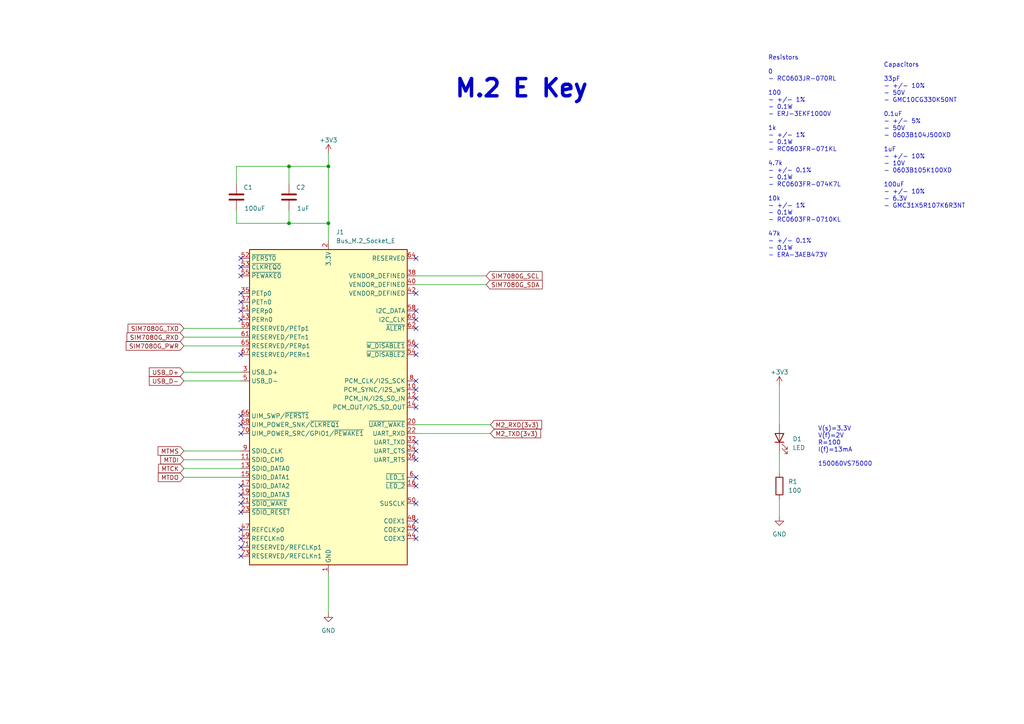
<source format=kicad_sch>
(kicad_sch (version 20231120) (generator "eeschema") (generator_version "8.0")
  (paper "A4")
  (title_block (title "IoT Gateway") (date "2024-10-15") (rev "v0.1.0") (company "Abstract Machines") (comment 1 "Designed By: Rodney Osodo") (comment 2 "Approved By:"))
  (lib_symbols
    (symbol "Connector:Bus_M.2_Socket_E"
      (property "Reference" "J" (at -22.86 46.99 0))
      (property "Value" "Bus_M.2_Socket_E" (at 16.51 46.99 0))
      (symbol "Bus_M.2_Socket_E_0_1"
        (rectangle (start -22.86 45.72) (end 22.86 -45.72) (stroke (width 0.254)) (fill (type background)))
      )
      (symbol "Bus_M.2_Socket_E_1_1"
        (pin power_in line (at 0 -48.26 90) (length 2.54) (name "GND") (number "1"))
        (pin bidirectional line (at 25.4 5.08 180) (length 2.54) (name "PCM_SYNC/I2S_WS") (number "10"))
        (pin bidirectional line (at -25.4 -15.24 0) (length 2.54) (name "SDIO_CMD") (number "11"))
        (pin input line (at 25.4 2.54 180) (length 2.54) (name "PCM_IN/I2S_SD_IN") (number "12"))
        (pin bidirectional line (at -25.4 -17.78 0) (length 2.54) (name "SDIO_DATA0") (number "13"))
        (pin output line (at 25.4 0 180) (length 2.54) (name "PCM_OUT/I2S_SD_OUT") (number "14"))
        (pin bidirectional line (at -25.4 -20.32 0) (length 2.54) (name "SDIO_DATA1") (number "15"))
        (pin open_collector line (at 25.4 -22.86 180) (length 2.54) (name "~{LED_2}") (number "16"))
        (pin bidirectional line (at -25.4 -22.86 0) (length 2.54) (name "SDIO_DATA2") (number "17"))
        (pin passive line (at 0 -48.26 90) (length 2.54) hide (name "GND") (number "18"))
        (pin bidirectional line (at -25.4 -25.4 0) (length 2.54) (name "SDIO_DATA3") (number "19"))
        (pin power_in line (at 0 48.26 270) (length 2.54) (name "3.3V") (number "2"))
        (pin input line (at 25.4 -5.08 180) (length 2.54) (name "~{UART_WAKE}") (number "20"))
        (pin input line (at -25.4 -27.94 0) (length 2.54) (name "~{SDIO_WAKE}") (number "21"))
        (pin input line (at 25.4 -7.62 180) (length 2.54) (name "UART_RXD") (number "22"))
        (pin output line (at -25.4 -30.48 0) (length 2.54) (name "~{SDIO_RESET}") (number "23"))
        (pin bidirectional line (at -25.4 10.16 0) (length 2.54) (name "USB_D+") (number "3"))
        (pin output line (at 25.4 -10.16 180) (length 2.54) (name "UART_TXD") (number "32"))
        (pin passive line (at 0 -48.26 90) (length 2.54) hide (name "GND") (number "33"))
        (pin input line (at 25.4 -12.7 180) (length 2.54) (name "UART_CTS") (number "34"))
        (pin output line (at -25.4 33.02 0) (length 2.54) (name "PETp0") (number "35"))
        (pin output line (at 25.4 -15.24 180) (length 2.54) (name "UART_RTS") (number "36"))
        (pin output line (at -25.4 30.48 0) (length 2.54) (name "PETn0") (number "37"))
        (pin passive line (at 25.4 38.1 180) (length 2.54) (name "VENDOR_DEFINED") (number "38"))
        (pin passive line (at 0 -48.26 90) (length 2.54) hide (name "GND") (number "39"))
        (pin passive line (at 0 48.26 270) (length 2.54) hide (name "3.3V") (number "4"))
        (pin passive line (at 25.4 35.56 180) (length 2.54) (name "VENDOR_DEFINED") (number "40"))
        (pin input line (at -25.4 27.94 0) (length 2.54) (name "PERp0") (number "41"))
        (pin passive line (at 25.4 33.02 180) (length 2.54) (name "VENDOR_DEFINED") (number "42"))
        (pin input line (at -25.4 25.4 0) (length 2.54) (name "PERn0") (number "43"))
        (pin bidirectional line (at 25.4 -38.1 180) (length 2.54) (name "COEX3") (number "44"))
        (pin passive line (at 0 -48.26 90) (length 2.54) hide (name "GND") (number "45"))
        (pin bidirectional line (at 25.4 -35.56 180) (length 2.54) (name "COEX2") (number "46"))
        (pin output line (at -25.4 -35.56 0) (length 2.54) (name "REFCLKp0") (number "47"))
        (pin bidirectional line (at 25.4 -33.02 180) (length 2.54) (name "COEX1") (number "48"))
        (pin output line (at -25.4 -38.1 0) (length 2.54) (name "REFCLKn0") (number "49"))
        (pin bidirectional line (at -25.4 7.62 0) (length 2.54) (name "USB_D-") (number "5"))
        (pin output line (at 25.4 -27.94 180) (length 2.54) (name "SUSCLK") (number "50"))
        (pin passive line (at 0 -48.26 90) (length 2.54) hide (name "GND") (number "51"))
        (pin output line (at -25.4 43.18 0) (length 2.54) (name "~{PERST0}") (number "52"))
        (pin bidirectional line (at -25.4 40.64 0) (length 2.54) (name "~{CLKREQ0}") (number "53"))
        (pin output line (at 25.4 15.24 180) (length 2.54) (name "~{W_DISABLE2}") (number "54"))
        (pin bidirectional line (at -25.4 38.1 0) (length 2.54) (name "~{PEWAKE0}") (number "55"))
        (pin output line (at 25.4 17.78 180) (length 2.54) (name "~{W_DISABLE1}") (number "56"))
        (pin passive line (at 0 -48.26 90) (length 2.54) hide (name "GND") (number "57"))
        (pin bidirectional line (at 25.4 27.94 180) (length 2.54) (name "I2C_DATA") (number "58"))
        (pin output line (at -25.4 22.86 0) (length 2.54) (name "RESERVED/PETp1") (number "59"))
        (pin open_collector line (at 25.4 -20.32 180) (length 2.54) (name "~{LED_1}") (number "6"))
        (pin output line (at 25.4 25.4 180) (length 2.54) (name "I2C_CLK") (number "60"))
        (pin output line (at -25.4 20.32 0) (length 2.54) (name "RESERVED/PETn1") (number "61"))
        (pin input line (at 25.4 22.86 180) (length 2.54) (name "~{ALERT}") (number "62"))
        (pin passive line (at 0 -48.26 90) (length 2.54) hide (name "GND") (number "63"))
        (pin passive line (at 25.4 43.18 180) (length 2.54) (name "RESERVED") (number "64"))
        (pin input line (at -25.4 17.78 0) (length 2.54) (name "RESERVED/PERp1") (number "65"))
        (pin output line (at -25.4 -2.54 0) (length 2.54) (name "UIM_SWP/~{PERST1}") (number "66"))
        (pin input line (at -25.4 15.24 0) (length 2.54) (name "RESERVED/PERn1") (number "67"))
        (pin bidirectional line (at -25.4 -5.08 0) (length 2.54) (name "UIM_POWER_SNK/~{CLKREQ1}") (number "68"))
        (pin passive line (at 0 -48.26 90) (length 2.54) hide (name "GND") (number "69"))
        (pin passive line (at 0 -48.26 90) (length 2.54) hide (name "GND") (number "7"))
        (pin bidirectional line (at -25.4 -7.62 0) (length 2.54) (name "UIM_POWER_SRC/GPIO1/~{PEWAKE1}") (number "70"))
        (pin output line (at -25.4 -40.64 0) (length 2.54) (name "RESERVED/REFCLKp1") (number "71"))
        (pin passive line (at 0 48.26 270) (length 2.54) hide (name "3.3V") (number "72"))
        (pin output line (at -25.4 -43.18 0) (length 2.54) (name "RESERVED/REFCLKn1") (number "73"))
        (pin passive line (at 0 48.26 270) (length 2.54) hide (name "3.3V") (number "74"))
        (pin passive line (at 0 -48.26 90) (length 2.54) hide (name "GND") (number "75"))
        (pin bidirectional line (at 25.4 7.62 180) (length 2.54) (name "PCM_CLK/I2S_SCK") (number "8"))
        (pin output line (at -25.4 -12.7 0) (length 2.54) (name "SDIO_CLK") (number "9"))
      )
    )
    (symbol "Device:C" (pin_numbers hide) (pin_names (offset 0.254))
      (property "Reference" "C" (at 0.635 2.54 0))
      (property "Value" "C" (at 0.635 -2.54 0))
      (symbol "C_0_1"
        (polyline (pts (xy -2.032 -0.762) (xy 2.032 -0.762)) (stroke (width 0.508)))
        (polyline (pts (xy -2.032 0.762) (xy 2.032 0.762)) (stroke (width 0.508)))
      )
      (symbol "C_1_1"
        (pin passive line (at 0 3.81 270) (length 2.794) (name "~") (number "1"))
        (pin passive line (at 0 -3.81 90) (length 2.794) (name "~") (number "2"))
      )
    )
    (symbol "Device:LED" (pin_numbers hide) (pin_names (offset 1.016) hide)
      (property "Reference" "D" (at 0 2.54 0))
      (property "Value" "LED" (at 0 -2.54 0))
      (symbol "LED_0_1"
        (polyline (pts (xy -1.27 -1.27) (xy -1.27 1.27)) (stroke (width 0.254)))
        (polyline (pts (xy -1.27 0) (xy 1.27 0)))
        (polyline (pts (xy 1.27 -1.27) (xy 1.27 1.27) (xy -1.27 0) (xy 1.27 -1.27)) (stroke (width 0.254)))
        (polyline (pts (xy -3.048 -0.762) (xy -4.572 -2.286) (xy -3.81 -2.286) (xy -4.572 -2.286) (xy -4.572 -1.524)))
        (polyline (pts (xy -1.778 -0.762) (xy -3.302 -2.286) (xy -2.54 -2.286) (xy -3.302 -2.286) (xy -3.302 -1.524)))
      )
      (symbol "LED_1_1"
        (pin passive line (at -3.81 0 0) (length 2.54) (name "K") (number "1"))
        (pin passive line (at 3.81 0 180) (length 2.54) (name "A") (number "2"))
      )
    )
    (symbol "Device:R" (pin_numbers hide) (pin_names (offset 0))
      (property "Reference" "R" (at 2.032 0 90))
      (property "Value" "R" (at 0 0 90))
      (symbol "R_0_1"
        (rectangle (start -1.016 -2.54) (end 1.016 2.54) (stroke (width 0.254)))
      )
      (symbol "R_1_1"
        (pin passive line (at 0 3.81 270) (length 1.27) (name "~") (number "1"))
        (pin passive line (at 0 -3.81 90) (length 1.27) (name "~") (number "2"))
      )
    )
    (symbol "power:+3V3" (power) (pin_names (offset 0))
      (property "Value" "+3V3" (at 0 3.556 0))
      (symbol "+3V3_0_1"
        (polyline (pts (xy -0.762 1.27) (xy 0 2.54)))
        (polyline (pts (xy 0 0) (xy 0 2.54)))
        (polyline (pts (xy 0 2.54) (xy 0.762 1.27)))
      )
      (symbol "+3V3_1_1"
        (pin power_in line (at 0 0 90) (length 0) hide (name "+3V3") (number "1"))
      )
    )
    (symbol "power:GND" (power) (pin_names (offset 0))
      (property "Value" "GND" (at 0 -3.81 0))
      (symbol "GND_0_1"
        (polyline (pts (xy 0 0) (xy 0 -1.27) (xy 1.27 -1.27) (xy 0 -2.54) (xy -1.27 -1.27) (xy 0 -1.27)))
      )
      (symbol "GND_1_1"
        (pin power_in line (at 0 0 270) (length 0) hide (name "GND") (number "1"))
      )
    )
  )
  (junction (at 83.82 64.77))
  (junction (at 95.25 48.26))
  (junction (at 95.25 64.77))
  (junction (at 83.82 48.26))
  (no_connect (at 120.65 118.11))
  (no_connect (at 120.65 113.03))
  (no_connect (at 69.85 120.65))
  (no_connect (at 120.65 156.21))
  (no_connect (at 69.85 158.75))
  (no_connect (at 69.85 80.01))
  (no_connect (at 120.65 140.97))
  (no_connect (at 69.85 74.93))
  (no_connect (at 120.65 102.87))
  (no_connect (at 120.65 74.93))
  (no_connect (at 120.65 130.81))
  (no_connect (at 69.85 85.09))
  (no_connect (at 120.65 138.43))
  (no_connect (at 120.65 115.57))
  (no_connect (at 120.65 90.17))
  (no_connect (at 120.65 133.35))
  (no_connect (at 69.85 77.47))
  (no_connect (at 69.85 92.71))
  (no_connect (at 69.85 87.63))
  (no_connect (at 69.85 156.21))
  (no_connect (at 69.85 102.87))
  (no_connect (at 120.65 100.33))
  (no_connect (at 120.65 153.67))
  (no_connect (at 120.65 85.09))
  (no_connect (at 120.65 146.05))
  (no_connect (at 120.65 95.25))
  (no_connect (at 69.85 148.59))
  (no_connect (at 69.85 143.51))
  (no_connect (at 69.85 153.67))
  (no_connect (at 120.65 92.71))
  (no_connect (at 69.85 140.97))
  (no_connect (at 69.85 125.73))
  (no_connect (at 69.85 161.29))
  (no_connect (at 120.65 110.49))
  (no_connect (at 69.85 123.19))
  (no_connect (at 69.85 146.05))
  (no_connect (at 69.85 90.17))
  (no_connect (at 120.65 128.27))
  (no_connect (at 120.65 151.13))
  (wire (pts (xy 68.58 64.77) (xy 83.82 64.77)))
  (wire (pts (xy 140.97 82.55) (xy 120.65 82.55)))
  (wire (pts (xy 140.97 80.01) (xy 120.65 80.01)))
  (wire (pts (xy 83.82 48.26) (xy 95.25 48.26)))
  (wire (pts (xy 95.25 177.8) (xy 95.25 166.37)))
  (wire (pts (xy 53.34 100.33) (xy 69.85 100.33)))
  (wire (pts (xy 68.58 60.96) (xy 68.58 64.77)))
  (wire (pts (xy 226.06 144.78) (xy 226.06 149.86)))
  (wire (pts (xy 95.25 64.77) (xy 95.25 69.85)))
  (wire (pts (xy 142.24 125.73) (xy 120.65 125.73)))
  (wire (pts (xy 53.34 95.25) (xy 69.85 95.25)))
  (wire (pts (xy 83.82 60.96) (xy 83.82 64.77)))
  (wire (pts (xy 68.58 53.34) (xy 68.58 48.26)))
  (wire (pts (xy 53.34 138.43) (xy 69.85 138.43)))
  (wire (pts (xy 83.82 48.26) (xy 83.82 53.34)))
  (wire (pts (xy 53.34 133.35) (xy 69.85 133.35)))
  (wire (pts (xy 53.34 97.79) (xy 69.85 97.79)))
  (wire (pts (xy 83.82 64.77) (xy 95.25 64.77)))
  (wire (pts (xy 53.34 130.81) (xy 69.85 130.81)))
  (wire (pts (xy 53.34 135.89) (xy 69.85 135.89)))
  (wire (pts (xy 142.24 123.19) (xy 120.65 123.19)))
  (wire (pts (xy 95.25 44.45) (xy 95.25 48.26)))
  (wire (pts (xy 226.06 111.76) (xy 226.06 123.19)))
  (wire (pts (xy 53.34 107.95) (xy 69.85 107.95)))
  (wire (pts (xy 226.06 130.81) (xy 226.06 137.16)))
  (wire (pts (xy 53.34 110.49) (xy 69.85 110.49)))
  (wire (pts (xy 95.25 48.26) (xy 95.25 64.77)))
  (wire (pts (xy 68.58 48.26) (xy 83.82 48.26)))
  (text "Capacitors\n\n33pF\n- +/- 10%\n- 50V\n- GMC10CG330K50NT\n\n0.1uF\n- +/- 5%\n- 50V\n- 0603B104J500XD\n\n1uF\n- +/- 10%\n- 10V\n- 0603B105K100XD\n\n100uF\n- +/- 10%\n- 6.3V\n- GMC31X5R107K6R3NT" (at 256.286 39.37 0) (effects (font (size 1.27 1.27)) (justify left)))
  (text "Resistors\n\n0\n- RC0603JR-070RL\n\n100\n- +/- 1%\n- 0.1W\n- ERJ-3EKF1000V\n\n1k\n- +/- 1%\n- 0.1W\n- RC0603FR-071KL\n\n4.7k\n- +/- 0.1%\n- 0.1W\n- RC0603FR-074K7L\n\n10k\n- +/- 1%\n- 0.1W\n- RC0603FR-0710KL\n\n47k\n- +/- 0.1%\n- 0.1W\n- ERA-3AEB473V\n" (at 222.758 45.466 0) (effects (font (size 1.27 1.27)) (justify left)))
  (text "M.2 E Key" (at 131.572 28.702 0) (effects (font (size 5 5) (thickness 1) (bold yes)) (justify left bottom)))
  (text "V(s)=3.3V\nV(f)=2V\nR=100\nI(f)=13mA\n\n150060VS75000" (at 237.236 129.54 0) (effects (font (size 1.27 1.27)) (justify left)))
  (global_label "M2_TXD(3v3)" (shape input) (at 142.24 125.73 0) (property "Intersheetrefs" "${INTERSHEET_REFS}" (effects (hide yes))))
  (global_label "SIM7080G_SCL" (shape input) (at 140.97 80.01 0) (property "Intersheetrefs" "${INTERSHEET_REFS}" (effects (hide yes))))
  (global_label "M2_RXD(3v3)" (shape input) (at 142.24 123.19 0) (property "Intersheetrefs" "${INTERSHEET_REFS}" (effects (hide yes))))
  (global_label "USB_D-" (shape input) (at 53.34 110.49 180) (property "Intersheetrefs" "${INTERSHEET_REFS}" (effects (hide yes))))
  (global_label "MTDO" (shape input) (at 53.34 138.43 180) (property "Intersheetrefs" "${INTERSHEET_REFS}" (effects (hide yes))))
  (global_label "SIM7080G_RXD" (shape input) (at 53.34 97.79 180) (property "Intersheetrefs" "${INTERSHEET_REFS}" (effects (hide yes))))
  (global_label "MTMS" (shape input) (at 53.34 130.81 180) (property "Intersheetrefs" "${INTERSHEET_REFS}" (effects (hide yes))))
  (global_label "MTDI" (shape input) (at 53.34 133.35 180) (property "Intersheetrefs" "${INTERSHEET_REFS}" (effects (hide yes))))
  (global_label "SIM7080G_TXD" (shape input) (at 53.34 95.25 180) (property "Intersheetrefs" "${INTERSHEET_REFS}" (effects (hide yes))))
  (global_label "USB_D+" (shape input) (at 53.34 107.95 180) (property "Intersheetrefs" "${INTERSHEET_REFS}" (effects (hide yes))))
  (global_label "SIM7080G_SDA" (shape input) (at 140.97 82.55 0) (property "Intersheetrefs" "${INTERSHEET_REFS}" (effects (hide yes))))
  (global_label "MTCK" (shape input) (at 53.34 135.89 180) (property "Intersheetrefs" "${INTERSHEET_REFS}" (effects (hide yes))))
  (global_label "SIM7080G_PWR" (shape input) (at 53.34 100.33 180) (property "Intersheetrefs" "${INTERSHEET_REFS}" (effects (hide yes))))
  (symbol (lib_id "Device:C") (at 68.58 57.15 0) (unit 1)
    (property "Reference" "C1" (at 70.612 54.356 0) (effects (justify left)))
    (property "Value" "100uF" (at 70.866 60.452 0) (effects (justify left)))
    (property "Footprint" "Capacitor_SMD:C_1206_3216Metric" (effects (hide yes)))
    (property "Description" "Unpolarized capacitor" (effects (hide yes)))
  )
  (symbol (lib_id "power:+3V3") (at 95.25 44.45 0) (unit 1)
    (property "Reference" "#PWR01" (effects (hide yes)))
    (property "Value" "+3V3" (at 95.25 40.64 0))
  )
  (symbol (lib_id "Device:C") (at 83.82 57.15 0) (unit 1)
    (property "Reference" "C2" (at 85.852 54.356 0) (effects (justify left)))
    (property "Value" "1uF" (at 86.106 60.452 0) (effects (justify left)))
    (property "Footprint" "Capacitor_SMD:C_0603_1608Metric" (effects (hide yes)))
    (property "Description" "Unpolarized capacitor" (effects (hide yes)))
  )
  (symbol (lib_id "Device:LED") (at 226.06 127 90) (unit 1)
    (property "Reference" "D1" (at 229.87 127.3174 90) (effects (justify right)))
    (property "Value" "LED" (at 229.87 129.8574 90) (effects (justify right)))
    (property "Footprint" "LED_SMD:LED_0603_1608Metric" (effects (hide yes)))
    (property "Description" "Light emitting diode" (effects (hide yes)))
  )
  (symbol (lib_id "power:+3V3") (at 226.06 111.76 0) (unit 1)
    (property "Reference" "#PWR02" (effects (hide yes)))
    (property "Value" "+3V3" (at 226.06 107.95 0))
  )
  (symbol (lib_id "Connector:Bus_M.2_Socket_E") (at 95.25 118.11 0) (unit 1)
    (property "Reference" "J1" (at 97.4441 67.31 0) (effects (justify left)))
    (property "Value" "Bus_M.2_Socket_E" (at 97.4441 69.85 0) (effects (justify left)))
    (property "Footprint" "M.2-Key-E-Footprints-master:2242-key-E" (effects (hide yes)))
    (property "Datasheet" "https://web.archive.org/web/20200613074028/http://read.pudn.com/downloads794/doc/project/3133918/PCIe_M.2_Electromechanical_Spec_Rev1.0_Final_11012013_RS_Clean.pdf#page=150" (effects (hide yes)))
    (property "Description" "M.2 Socket 1-SD Mechanical Key E" (effects (hide yes)))
  )
  (symbol (lib_id "Device:R") (at 226.06 140.97 0) (unit 1)
    (property "Reference" "R1" (at 228.6 139.6999 0) (effects (justify left)))
    (property "Value" "100" (at 228.6 142.2399 0) (effects (justify left)))
    (property "Footprint" "Resistor_SMD:R_0603_1608Metric" (effects (hide yes)))
    (property "Description" "Resistor" (effects (hide yes)))
  )
  (symbol (lib_id "power:GND") (at 95.25 177.8 0) (unit 1)
    (property "Reference" "#PWR04" (effects (hide yes)))
    (property "Value" "GND" (at 95.25 182.88 0))
  )
  (symbol (lib_id "power:GND") (at 226.06 149.86 0) (unit 1)
    (property "Reference" "#PWR03" (effects (hide yes)))
    (property "Value" "GND" (at 226.06 154.94 0))
  )
)
</source>
